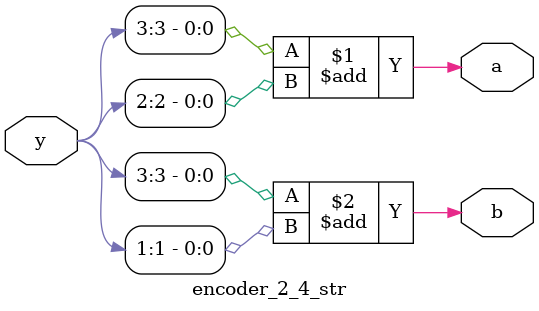
<source format=v>
module encoder_2_4_str(y,a,b);
input [3:0]y;
output a,b;
assign a = y[3]+y[2];
assign b = y[3]+y[1];
endmodule

</source>
